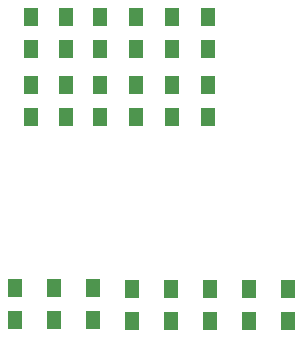
<source format=gbr>
G04 #@! TF.GenerationSoftware,KiCad,Pcbnew,(5.1.5-0)*
G04 #@! TF.CreationDate,2020-11-12T13:18:58+00:00*
G04 #@! TF.ProjectId,Strummi,53747275-6d6d-4692-9e6b-696361645f70,rev?*
G04 #@! TF.SameCoordinates,Original*
G04 #@! TF.FileFunction,Paste,Top*
G04 #@! TF.FilePolarity,Positive*
%FSLAX46Y46*%
G04 Gerber Fmt 4.6, Leading zero omitted, Abs format (unit mm)*
G04 Created by KiCad (PCBNEW (5.1.5-0)) date 2020-11-12 13:18:58*
%MOMM*%
%LPD*%
G04 APERTURE LIST*
%ADD10R,1.300000X1.500000*%
G04 APERTURE END LIST*
D10*
X113919000Y-128778000D03*
X113919000Y-131478000D03*
X117221000Y-131478000D03*
X117221000Y-128778000D03*
X120523000Y-128825000D03*
X120523000Y-131525000D03*
X123825000Y-131605000D03*
X123825000Y-128905000D03*
X127127000Y-128905000D03*
X127127000Y-131605000D03*
X130429000Y-131605000D03*
X130429000Y-128905000D03*
X133731000Y-128905000D03*
X133731000Y-131605000D03*
X137033000Y-131605000D03*
X137033000Y-128905000D03*
X115316000Y-108538000D03*
X115316000Y-105838000D03*
X115316000Y-111633000D03*
X115316000Y-114333000D03*
X118237000Y-105838000D03*
X118237000Y-108538000D03*
X118237000Y-111633000D03*
X118237000Y-114333000D03*
X121158000Y-108538000D03*
X121158000Y-105838000D03*
X121158000Y-114333000D03*
X121158000Y-111633000D03*
X124206000Y-105838000D03*
X124206000Y-108538000D03*
X124206000Y-111633000D03*
X124206000Y-114333000D03*
X127254000Y-108538000D03*
X127254000Y-105838000D03*
X127254000Y-114333000D03*
X127254000Y-111633000D03*
X130302000Y-105885000D03*
X130302000Y-108585000D03*
X130302000Y-111633000D03*
X130302000Y-114333000D03*
M02*

</source>
